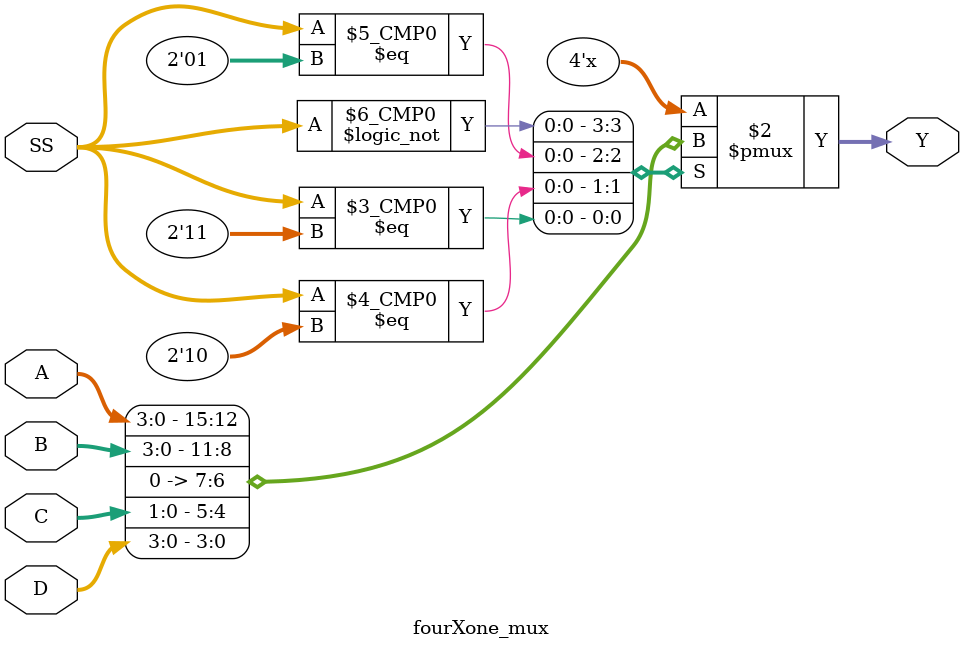
<source format=v>
`timescale 1ns / 1ps


module fourXone_mux(
    input [3:0] A,
    input [3:0] B,
    input [1:0] C,
    input [3:0] D,
    input [1:0] SS,
    output reg [3:0] Y
    );
    
    always@(A or B or C or D or SS)
    begin
        case(SS)
            2'b00: Y = A;
            2'b01: Y = B;
            2'b10: Y = C;
            2'b11: Y = D;
        endcase
    
    end
    
    
endmodule

</source>
